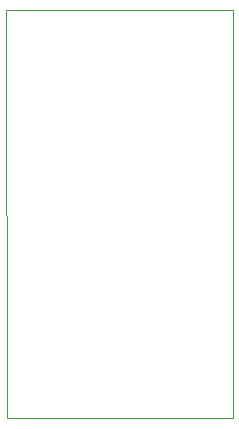
<source format=gbr>
G04 #@! TF.GenerationSoftware,KiCad,Pcbnew,(5.1.4-0)*
G04 #@! TF.CreationDate,2020-07-13T22:24:35+08:00*
G04 #@! TF.ProjectId,attiny3217,61747469-6e79-4333-9231-372e6b696361,rev?*
G04 #@! TF.SameCoordinates,Original*
G04 #@! TF.FileFunction,Profile,NP*
%FSLAX46Y46*%
G04 Gerber Fmt 4.6, Leading zero omitted, Abs format (unit mm)*
G04 Created by KiCad (PCBNEW (5.1.4-0)) date 2020-07-13 22:24:35*
%MOMM*%
%LPD*%
G04 APERTURE LIST*
%ADD10C,0.050000*%
G04 APERTURE END LIST*
D10*
X125069600Y-98435160D02*
X125000000Y-63865760D01*
X144251680Y-98430080D02*
X125069600Y-98435160D01*
X144246600Y-63875920D02*
X144251680Y-98430080D01*
X125000000Y-63865760D02*
X144246600Y-63875920D01*
M02*

</source>
